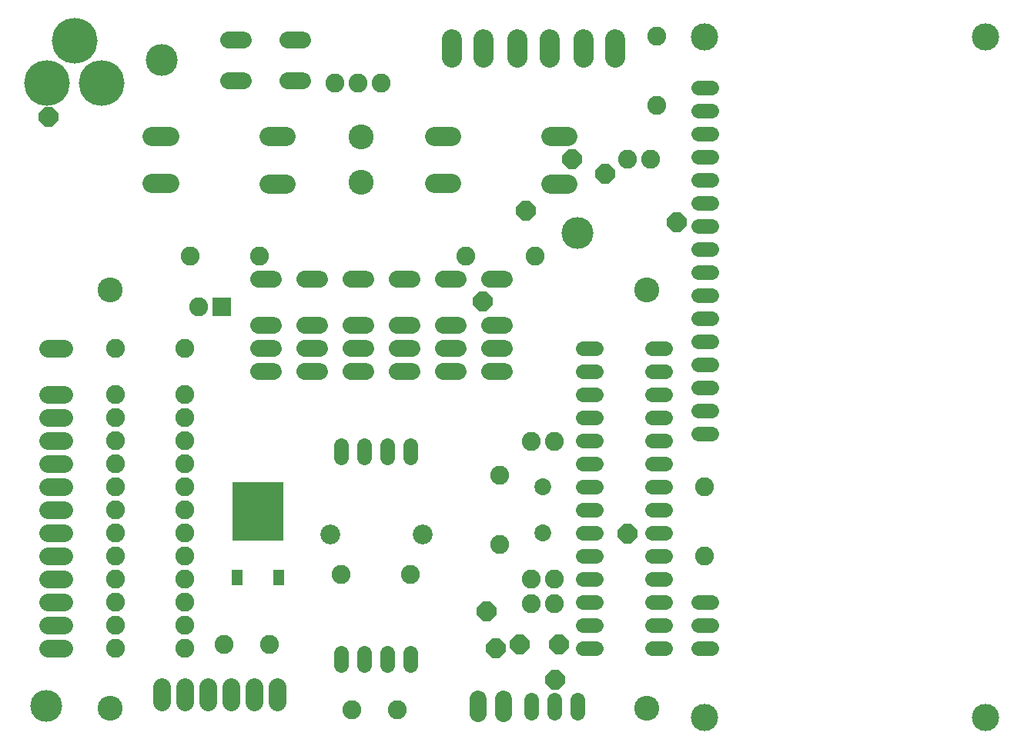
<source format=gbs>
G75*
G70*
%OFA0B0*%
%FSLAX24Y24*%
%IPPOS*%
%LPD*%
%AMOC8*
5,1,8,0,0,1.08239X$1,22.5*
%
%ADD10C,0.0880*%
%ADD11C,0.0820*%
%ADD12C,0.0820*%
%ADD13C,0.0640*%
%ADD14C,0.0730*%
%ADD15C,0.0720*%
%ADD16C,0.0760*%
%ADD17C,0.0635*%
%ADD18C,0.1182*%
%ADD19C,0.1080*%
%ADD20C,0.1980*%
%ADD21R,0.0820X0.0820*%
%ADD22R,0.2206X0.2521*%
%ADD23R,0.0474X0.0710*%
%ADD24C,0.0860*%
%ADD25C,0.0780*%
%ADD26C,0.1380*%
%ADD27OC8,0.0840*%
D10*
X021056Y030759D02*
X021056Y031559D01*
X022434Y031559D02*
X022434Y030759D01*
X023906Y030759D02*
X023906Y031559D01*
X025284Y031559D02*
X025284Y030759D01*
X026756Y030759D02*
X026756Y031559D01*
X028134Y031559D02*
X028134Y030759D01*
D11*
X029931Y031702D03*
X029931Y028702D03*
X029663Y026370D03*
X028663Y026370D03*
X024643Y022159D03*
X021643Y022159D03*
X012718Y022159D03*
X009718Y022159D03*
X010092Y019970D03*
X009506Y018159D03*
X009506Y016159D03*
X009506Y015159D03*
X009506Y014159D03*
X009506Y013159D03*
X009506Y012159D03*
X009506Y011159D03*
X009506Y010159D03*
X009506Y009159D03*
X009506Y008159D03*
X009506Y007159D03*
X009506Y006159D03*
X009506Y005159D03*
X011193Y005344D03*
X013162Y005344D03*
X016738Y002512D03*
X018707Y002512D03*
X024487Y007109D03*
X025487Y007109D03*
X025506Y008158D03*
X024506Y008158D03*
X023112Y009659D03*
X019243Y008363D03*
X016243Y008363D03*
X023112Y012659D03*
X024506Y014131D03*
X025506Y014131D03*
X032006Y012159D03*
X032006Y009159D03*
X006506Y009159D03*
X006506Y008159D03*
X006506Y007159D03*
X006506Y006159D03*
X006506Y005159D03*
X006506Y010159D03*
X006506Y011159D03*
X006506Y012159D03*
X006506Y013159D03*
X006506Y014159D03*
X006506Y015159D03*
X006506Y016159D03*
X006506Y018159D03*
X016006Y029659D03*
X017006Y029659D03*
X018006Y029659D03*
D12*
X020280Y027364D02*
X021020Y027364D01*
X021020Y025348D02*
X020280Y025348D01*
X025332Y025308D02*
X026072Y025308D01*
X026072Y027364D02*
X025332Y027364D01*
X013866Y027364D02*
X013126Y027364D01*
X013126Y025308D02*
X013866Y025308D01*
X008814Y025348D02*
X008074Y025348D01*
X008074Y027364D02*
X008814Y027364D01*
D13*
X026726Y018159D02*
X027286Y018159D01*
X027286Y017159D02*
X026726Y017159D01*
X026726Y016159D02*
X027286Y016159D01*
X027286Y015159D02*
X026726Y015159D01*
X026726Y014159D02*
X027286Y014159D01*
X027286Y013159D02*
X026726Y013159D01*
X026726Y012159D02*
X027286Y012159D01*
X027286Y011159D02*
X026726Y011159D01*
X026726Y010159D02*
X027286Y010159D01*
X027286Y009159D02*
X026726Y009159D01*
X026726Y008159D02*
X027286Y008159D01*
X027286Y007159D02*
X026726Y007159D01*
X026726Y006159D02*
X027286Y006159D01*
X027286Y005159D02*
X026726Y005159D01*
X026506Y002939D02*
X026506Y002379D01*
X025506Y002379D02*
X025506Y002939D01*
X024506Y002939D02*
X024506Y002379D01*
X029726Y005159D02*
X030286Y005159D01*
X030286Y006159D02*
X029726Y006159D01*
X029726Y007159D02*
X030286Y007159D01*
X030286Y008159D02*
X029726Y008159D01*
X029726Y009159D02*
X030286Y009159D01*
X030286Y010159D02*
X029726Y010159D01*
X029726Y011159D02*
X030286Y011159D01*
X030286Y012159D02*
X029726Y012159D01*
X029726Y013159D02*
X030286Y013159D01*
X030286Y014159D02*
X029726Y014159D01*
X029726Y015159D02*
X030286Y015159D01*
X030286Y016159D02*
X029726Y016159D01*
X029726Y017159D02*
X030286Y017159D01*
X030286Y018159D02*
X029726Y018159D01*
X031726Y007159D02*
X032286Y007159D01*
X032286Y006159D02*
X031726Y006159D01*
X031726Y005159D02*
X032286Y005159D01*
D14*
X025006Y010159D03*
X025006Y012159D03*
D15*
X023326Y017159D02*
X022686Y017159D01*
X022686Y018159D02*
X023326Y018159D01*
X023326Y019159D02*
X022686Y019159D01*
X021326Y019159D02*
X020686Y019159D01*
X020686Y018159D02*
X021326Y018159D01*
X021326Y017159D02*
X020686Y017159D01*
X019326Y017159D02*
X018686Y017159D01*
X018686Y018159D02*
X019326Y018159D01*
X019326Y019159D02*
X018686Y019159D01*
X017326Y019159D02*
X016686Y019159D01*
X016686Y018159D02*
X017326Y018159D01*
X017326Y017159D02*
X016686Y017159D01*
X015326Y017159D02*
X014686Y017159D01*
X014686Y018159D02*
X015326Y018159D01*
X015326Y019159D02*
X014686Y019159D01*
X013326Y019159D02*
X012686Y019159D01*
X012686Y018159D02*
X013326Y018159D01*
X013326Y017159D02*
X012686Y017159D01*
X012686Y021159D02*
X013326Y021159D01*
X014686Y021159D02*
X015326Y021159D01*
X016686Y021159D02*
X017326Y021159D01*
X018686Y021159D02*
X019326Y021159D01*
X020686Y021159D02*
X021326Y021159D01*
X022686Y021159D02*
X023326Y021159D01*
X014589Y029760D02*
X013949Y029760D01*
X012029Y029760D02*
X011389Y029760D01*
X011389Y031540D02*
X012029Y031540D01*
X013949Y031540D02*
X014589Y031540D01*
X022206Y002979D02*
X022206Y002339D01*
X023306Y002339D02*
X023306Y002979D01*
D16*
X013506Y002819D02*
X013506Y003499D01*
X012506Y003499D02*
X012506Y002819D01*
X011506Y002819D02*
X011506Y003499D01*
X010506Y003499D02*
X010506Y002819D01*
X009506Y002819D02*
X009506Y003499D01*
X008506Y003499D02*
X008506Y002819D01*
X004253Y005159D02*
X003573Y005159D01*
X003573Y006159D02*
X004253Y006159D01*
X004253Y007159D02*
X003573Y007159D01*
X003573Y008159D02*
X004253Y008159D01*
X004253Y009159D02*
X003573Y009159D01*
X003573Y010159D02*
X004253Y010159D01*
X004253Y011159D02*
X003573Y011159D01*
X003573Y012159D02*
X004253Y012159D01*
X004253Y013159D02*
X003573Y013159D01*
X003573Y014159D02*
X004253Y014159D01*
X004253Y015159D02*
X003573Y015159D01*
X003573Y016159D02*
X004253Y016159D01*
X004253Y018159D02*
X003573Y018159D01*
D17*
X016256Y013974D02*
X016256Y013419D01*
X017256Y013419D02*
X017256Y013974D01*
X018256Y013974D02*
X018256Y013419D01*
X019256Y013419D02*
X019256Y013974D01*
X019256Y004974D02*
X019256Y004419D01*
X018256Y004419D02*
X018256Y004974D01*
X017256Y004974D02*
X017256Y004419D01*
X016256Y004419D02*
X016256Y004974D01*
X031728Y014470D02*
X032283Y014470D01*
X032283Y015470D02*
X031728Y015470D01*
X031728Y016470D02*
X032283Y016470D01*
X032283Y017470D02*
X031728Y017470D01*
X031728Y018470D02*
X032283Y018470D01*
X032283Y019470D02*
X031728Y019470D01*
X031728Y020470D02*
X032283Y020470D01*
X032283Y021470D02*
X031728Y021470D01*
X031728Y022470D02*
X032283Y022470D01*
X032283Y023470D02*
X031728Y023470D01*
X031728Y024470D02*
X032283Y024470D01*
X032283Y025470D02*
X031728Y025470D01*
X031728Y026470D02*
X032283Y026470D01*
X032283Y027470D02*
X031728Y027470D01*
X031728Y028470D02*
X032283Y028470D01*
X032283Y029470D02*
X031728Y029470D01*
D18*
X031998Y031659D03*
X044171Y031659D03*
X044171Y002163D03*
X031998Y002163D03*
D19*
X029506Y002559D03*
X006256Y002559D03*
X006256Y020709D03*
X017141Y025372D03*
X017141Y027340D03*
X029506Y020709D03*
D20*
X005899Y029659D03*
X003537Y029659D03*
X004718Y031509D03*
D21*
X011092Y019970D03*
D22*
X012656Y011093D03*
D23*
X013553Y008219D03*
X011758Y008219D03*
D24*
X015778Y010109D03*
X019778Y010109D03*
D25*
X029488Y002553D03*
X006266Y002553D03*
X006266Y020687D03*
X029488Y020687D03*
D26*
X003506Y002659D03*
X026506Y023159D03*
X008506Y030659D03*
D27*
X003606Y028199D03*
X022406Y020199D03*
X024246Y024119D03*
X026246Y026359D03*
X027686Y025719D03*
X030806Y023639D03*
X028646Y010119D03*
X022566Y006759D03*
X022966Y005159D03*
X024006Y005319D03*
X025686Y005319D03*
X025526Y003799D03*
M02*

</source>
